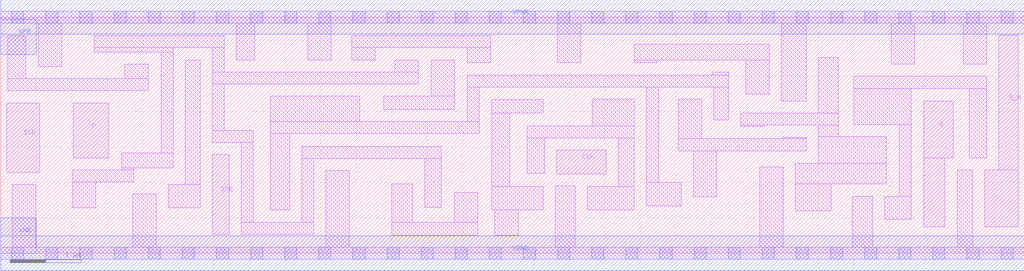
<source format=lef>
# Copyright 2020 The SkyWater PDK Authors
#
# Licensed under the Apache License, Version 2.0 (the "License");
# you may not use this file except in compliance with the License.
# You may obtain a copy of the License at
#
#     https://www.apache.org/licenses/LICENSE-2.0
#
# Unless required by applicable law or agreed to in writing, software
# distributed under the License is distributed on an "AS IS" BASIS,
# WITHOUT WARRANTIES OR CONDITIONS OF ANY KIND, either express or implied.
# See the License for the specific language governing permissions and
# limitations under the License.
#
# SPDX-License-Identifier: Apache-2.0

VERSION 5.5 ;
NAMESCASESENSITIVE ON ;
BUSBITCHARS "[]" ;
DIVIDERCHAR "/" ;
MACRO sky130_fd_sc_lp__sdfxbp_1
  CLASS CORE ;
  SOURCE USER ;
  ORIGIN  0.000000  0.000000 ;
  SIZE  14.40000 BY  3.330000 ;
  SYMMETRY X Y R90 ;
  SITE unit ;
  PIN D
    ANTENNAGATEAREA  0.159000 ;
    DIRECTION INPUT ;
    USE SIGNAL ;
    PORT
      LAYER li1 ;
        RECT 1.020000 1.345000 1.520000 2.120000 ;
    END
  END D
  PIN Q
    ANTENNADIFFAREA  0.556500 ;
    DIRECTION OUTPUT ;
    USE SIGNAL ;
    PORT
      LAYER li1 ;
        RECT 12.990000 0.375000 13.285000 1.345000 ;
        RECT 12.990000 1.345000 13.405000 2.145000 ;
    END
  END Q
  PIN Q_N
    ANTENNADIFFAREA  0.615300 ;
    DIRECTION OUTPUT ;
    USE SIGNAL ;
    PORT
      LAYER li1 ;
        RECT 13.845000 0.375000 14.315000 1.175000 ;
        RECT 14.045000 1.175000 14.315000 3.075000 ;
    END
  END Q_N
  PIN SCD
    ANTENNAGATEAREA  0.159000 ;
    DIRECTION INPUT ;
    USE SIGNAL ;
    PORT
      LAYER li1 ;
        RECT 0.085000 1.140000 0.550000 2.120000 ;
    END
  END SCD
  PIN SCE
    ANTENNAGATEAREA  0.318000 ;
    DIRECTION INPUT ;
    USE SIGNAL ;
    PORT
      LAYER li1 ;
        RECT 2.975000 0.265000 3.215000 1.390000 ;
    END
  END SCE
  PIN CLK
    ANTENNAGATEAREA  0.159000 ;
    DIRECTION INPUT ;
    USE CLOCK ;
    PORT
      LAYER li1 ;
        RECT 7.825000 1.120000 8.520000 1.455000 ;
    END
  END CLK
  PIN VGND
    DIRECTION INOUT ;
    USE GROUND ;
    PORT
      LAYER met1 ;
        RECT 0.000000 -0.245000 14.400000 0.245000 ;
    END
  END VGND
  PIN VNB
    DIRECTION INOUT ;
    USE GROUND ;
    PORT
    END
  END VNB
  PIN VPB
    DIRECTION INOUT ;
    USE POWER ;
    PORT
    END
  END VPB
  PIN VNB
    DIRECTION INOUT ;
    USE GROUND ;
    PORT
      LAYER met1 ;
        RECT 0.000000 0.000000 0.500000 0.500000 ;
    END
  END VNB
  PIN VPB
    DIRECTION INOUT ;
    USE POWER ;
    PORT
      LAYER met1 ;
        RECT 0.000000 2.800000 0.500000 3.300000 ;
    END
  END VPB
  PIN VPWR
    DIRECTION INOUT ;
    USE POWER ;
    PORT
      LAYER met1 ;
        RECT 0.000000 3.085000 14.400000 3.575000 ;
    END
  END VPWR
  OBS
    LAYER li1 ;
      RECT  0.000000 -0.085000 14.400000 0.085000 ;
      RECT  0.000000  3.245000 14.400000 3.415000 ;
      RECT  0.095000  2.290000  2.075000 2.460000 ;
      RECT  0.095000  2.460000  0.355000 3.065000 ;
      RECT  0.165000  0.085000  0.495000 0.970000 ;
      RECT  0.525000  2.630000  0.855000 3.245000 ;
      RECT  1.010000  0.640000  1.340000 1.005000 ;
      RECT  1.010000  1.005000  1.870000 1.175000 ;
      RECT  1.315000  2.835000  2.425000 2.895000 ;
      RECT  1.315000  2.895000  3.145000 3.065000 ;
      RECT  1.700000  1.175000  1.870000 1.205000 ;
      RECT  1.700000  1.205000  2.425000 1.415000 ;
      RECT  1.745000  2.460000  2.075000 2.665000 ;
      RECT  1.855000  0.085000  2.185000 0.835000 ;
      RECT  2.255000  1.415000  2.425000 2.835000 ;
      RECT  2.355000  0.640000  2.805000 0.970000 ;
      RECT  2.595000  0.970000  2.805000 2.725000 ;
      RECT  2.975000  1.560000  3.555000 1.730000 ;
      RECT  2.975000  1.730000  3.145000 2.385000 ;
      RECT  2.975000  2.385000  5.875000 2.555000 ;
      RECT  2.975000  2.555000  3.145000 2.895000 ;
      RECT  3.315000  2.725000  3.575000 3.245000 ;
      RECT  3.385000  0.265000  4.405000 0.435000 ;
      RECT  3.385000  0.435000  3.555000 1.560000 ;
      RECT  3.795000  0.615000  4.065000 1.685000 ;
      RECT  3.795000  1.685000  6.735000 1.855000 ;
      RECT  3.795000  1.855000  5.050000 2.215000 ;
      RECT  4.235000  0.435000  4.405000 1.335000 ;
      RECT  4.235000  1.335000  6.200000 1.505000 ;
      RECT  4.320000  2.725000  4.650000 3.245000 ;
      RECT  4.575000  0.085000  4.905000 1.165000 ;
      RECT  4.940000  2.725000  5.270000 2.895000 ;
      RECT  4.940000  2.895000  6.895000 3.065000 ;
      RECT  5.390000  2.025000  6.385000 2.215000 ;
      RECT  5.500000  0.255000  6.710000 0.435000 ;
      RECT  5.500000  0.435000  5.795000 0.980000 ;
      RECT  5.545000  2.555000  5.875000 2.725000 ;
      RECT  5.965000  0.650000  6.200000 1.335000 ;
      RECT  6.055000  2.215000  6.385000 2.725000 ;
      RECT  6.380000  0.435000  6.710000 0.855000 ;
      RECT  6.565000  1.855000  6.735000 2.345000 ;
      RECT  6.565000  2.345000 10.240000 2.515000 ;
      RECT  6.565000  2.685000  6.895000 2.895000 ;
      RECT  6.905000  0.615000  7.635000 0.945000 ;
      RECT  6.905000  0.945000  7.165000 1.975000 ;
      RECT  6.905000  1.975000  7.635000 2.165000 ;
      RECT  6.950000  0.255000  7.280000 0.615000 ;
      RECT  7.405000  1.125000  7.655000 1.625000 ;
      RECT  7.405000  1.625000  8.915000 1.795000 ;
      RECT  7.805000  0.085000  8.080000 0.950000 ;
      RECT  7.830000  2.685000  8.160000 3.245000 ;
      RECT  8.250000  0.615000  8.915000 0.945000 ;
      RECT  8.320000  1.795000  8.915000 2.175000 ;
      RECT  8.690000  0.945000  8.915000 1.625000 ;
      RECT  8.910000  2.685000  9.240000 2.725000 ;
      RECT  8.910000  2.725000 10.810000 2.945000 ;
      RECT  9.085000  0.670000  9.575000 1.000000 ;
      RECT  9.085000  1.000000  9.255000 2.345000 ;
      RECT  9.530000  1.445000 11.335000 1.615000 ;
      RECT  9.530000  1.615000  9.860000 2.175000 ;
      RECT  9.745000  0.795000 10.075000 1.445000 ;
      RECT 10.020000  2.515000 10.240000 2.555000 ;
      RECT 10.030000  1.875000 10.240000 2.345000 ;
      RECT 10.410000  1.785000 10.740000 1.805000 ;
      RECT 10.410000  1.805000 11.785000 1.975000 ;
      RECT 10.480000  2.245000 10.810000 2.725000 ;
      RECT 10.680000  0.085000 11.010000 1.215000 ;
      RECT 10.980000  2.145000 11.335000 3.245000 ;
      RECT 11.005000  1.615000 11.335000 1.635000 ;
      RECT 11.180000  0.595000 11.685000 0.975000 ;
      RECT 11.180000  0.975000 12.460000 1.265000 ;
      RECT 11.505000  1.265000 12.460000 1.645000 ;
      RECT 11.505000  1.645000 11.785000 1.805000 ;
      RECT 11.505000  1.975000 11.785000 2.755000 ;
      RECT 11.980000  0.085000 12.270000 0.805000 ;
      RECT 12.005000  1.815000 12.810000 2.325000 ;
      RECT 12.005000  2.325000 13.875000 2.495000 ;
      RECT 12.440000  0.475000 12.810000 0.805000 ;
      RECT 12.530000  2.665000 12.860000 3.245000 ;
      RECT 12.640000  0.805000 12.810000 1.815000 ;
      RECT 13.455000  0.085000 13.675000 1.175000 ;
      RECT 13.545000  2.665000 13.875000 3.245000 ;
      RECT 13.625000  1.345000 13.875000 2.325000 ;
    LAYER mcon ;
      RECT  0.155000 -0.085000  0.325000 0.085000 ;
      RECT  0.155000  3.245000  0.325000 3.415000 ;
      RECT  0.635000 -0.085000  0.805000 0.085000 ;
      RECT  0.635000  3.245000  0.805000 3.415000 ;
      RECT  1.115000 -0.085000  1.285000 0.085000 ;
      RECT  1.115000  3.245000  1.285000 3.415000 ;
      RECT  1.595000 -0.085000  1.765000 0.085000 ;
      RECT  1.595000  3.245000  1.765000 3.415000 ;
      RECT  2.075000 -0.085000  2.245000 0.085000 ;
      RECT  2.075000  3.245000  2.245000 3.415000 ;
      RECT  2.555000 -0.085000  2.725000 0.085000 ;
      RECT  2.555000  3.245000  2.725000 3.415000 ;
      RECT  3.035000 -0.085000  3.205000 0.085000 ;
      RECT  3.035000  3.245000  3.205000 3.415000 ;
      RECT  3.515000 -0.085000  3.685000 0.085000 ;
      RECT  3.515000  3.245000  3.685000 3.415000 ;
      RECT  3.995000 -0.085000  4.165000 0.085000 ;
      RECT  3.995000  3.245000  4.165000 3.415000 ;
      RECT  4.475000 -0.085000  4.645000 0.085000 ;
      RECT  4.475000  3.245000  4.645000 3.415000 ;
      RECT  4.955000 -0.085000  5.125000 0.085000 ;
      RECT  4.955000  3.245000  5.125000 3.415000 ;
      RECT  5.435000 -0.085000  5.605000 0.085000 ;
      RECT  5.435000  3.245000  5.605000 3.415000 ;
      RECT  5.915000 -0.085000  6.085000 0.085000 ;
      RECT  5.915000  3.245000  6.085000 3.415000 ;
      RECT  6.395000 -0.085000  6.565000 0.085000 ;
      RECT  6.395000  3.245000  6.565000 3.415000 ;
      RECT  6.875000 -0.085000  7.045000 0.085000 ;
      RECT  6.875000  3.245000  7.045000 3.415000 ;
      RECT  7.355000 -0.085000  7.525000 0.085000 ;
      RECT  7.355000  3.245000  7.525000 3.415000 ;
      RECT  7.835000 -0.085000  8.005000 0.085000 ;
      RECT  7.835000  3.245000  8.005000 3.415000 ;
      RECT  8.315000 -0.085000  8.485000 0.085000 ;
      RECT  8.315000  3.245000  8.485000 3.415000 ;
      RECT  8.795000 -0.085000  8.965000 0.085000 ;
      RECT  8.795000  3.245000  8.965000 3.415000 ;
      RECT  9.275000 -0.085000  9.445000 0.085000 ;
      RECT  9.275000  3.245000  9.445000 3.415000 ;
      RECT  9.755000 -0.085000  9.925000 0.085000 ;
      RECT  9.755000  3.245000  9.925000 3.415000 ;
      RECT 10.235000 -0.085000 10.405000 0.085000 ;
      RECT 10.235000  3.245000 10.405000 3.415000 ;
      RECT 10.715000 -0.085000 10.885000 0.085000 ;
      RECT 10.715000  3.245000 10.885000 3.415000 ;
      RECT 11.195000 -0.085000 11.365000 0.085000 ;
      RECT 11.195000  3.245000 11.365000 3.415000 ;
      RECT 11.675000 -0.085000 11.845000 0.085000 ;
      RECT 11.675000  3.245000 11.845000 3.415000 ;
      RECT 12.155000 -0.085000 12.325000 0.085000 ;
      RECT 12.155000  3.245000 12.325000 3.415000 ;
      RECT 12.635000 -0.085000 12.805000 0.085000 ;
      RECT 12.635000  3.245000 12.805000 3.415000 ;
      RECT 13.115000 -0.085000 13.285000 0.085000 ;
      RECT 13.115000  3.245000 13.285000 3.415000 ;
      RECT 13.595000 -0.085000 13.765000 0.085000 ;
      RECT 13.595000  3.245000 13.765000 3.415000 ;
      RECT 14.075000 -0.085000 14.245000 0.085000 ;
      RECT 14.075000  3.245000 14.245000 3.415000 ;
  END
END sky130_fd_sc_lp__sdfxbp_1
END LIBRARY

</source>
